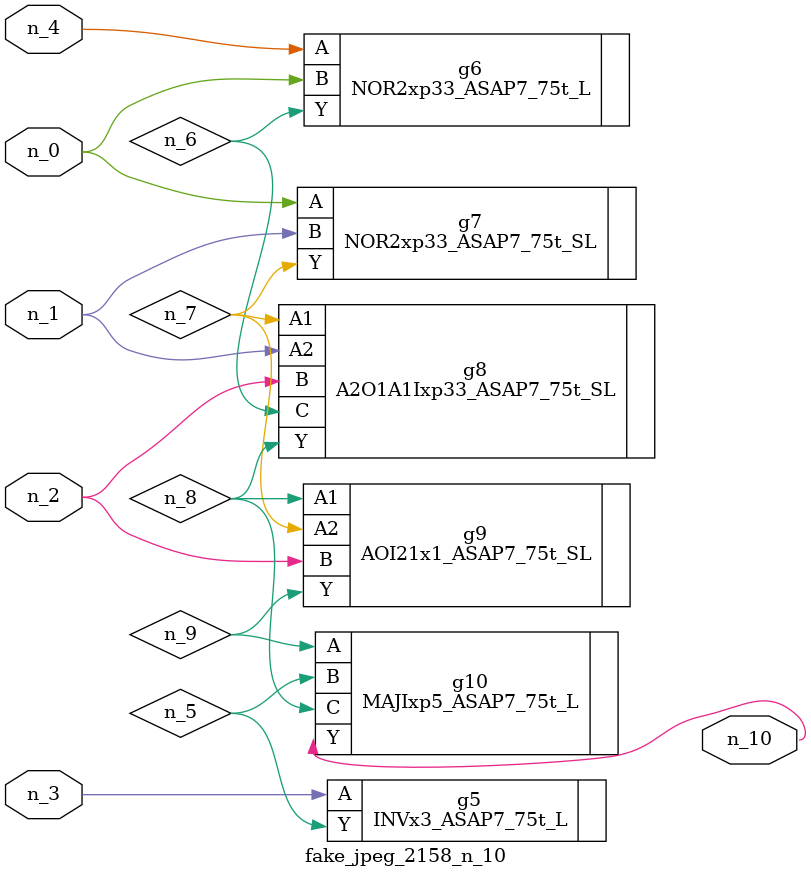
<source format=v>
module fake_jpeg_2158_n_10 (n_3, n_2, n_1, n_0, n_4, n_10);

input n_3;
input n_2;
input n_1;
input n_0;
input n_4;

output n_10;

wire n_8;
wire n_9;
wire n_6;
wire n_5;
wire n_7;

INVx3_ASAP7_75t_L g5 ( 
.A(n_3),
.Y(n_5)
);

NOR2xp33_ASAP7_75t_L g6 ( 
.A(n_4),
.B(n_0),
.Y(n_6)
);

NOR2xp33_ASAP7_75t_SL g7 ( 
.A(n_0),
.B(n_1),
.Y(n_7)
);

A2O1A1Ixp33_ASAP7_75t_SL g8 ( 
.A1(n_7),
.A2(n_1),
.B(n_2),
.C(n_6),
.Y(n_8)
);

AOI21x1_ASAP7_75t_SL g9 ( 
.A1(n_8),
.A2(n_7),
.B(n_2),
.Y(n_9)
);

MAJIxp5_ASAP7_75t_L g10 ( 
.A(n_9),
.B(n_5),
.C(n_8),
.Y(n_10)
);


endmodule
</source>
